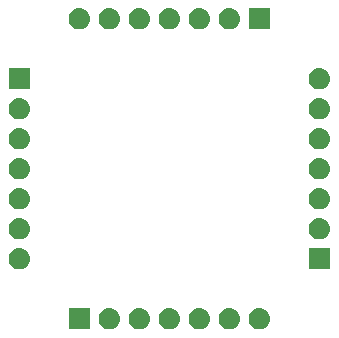
<source format=gbr>
G04 #@! TF.GenerationSoftware,KiCad,Pcbnew,5.1.4+dfsg1-1*
G04 #@! TF.CreationDate,2020-05-14T03:41:50+02:00*
G04 #@! TF.ProjectId,qfn28-breakout,71666e32-382d-4627-9265-616b6f75742e,rev?*
G04 #@! TF.SameCoordinates,Original*
G04 #@! TF.FileFunction,Soldermask,Bot*
G04 #@! TF.FilePolarity,Negative*
%FSLAX46Y46*%
G04 Gerber Fmt 4.6, Leading zero omitted, Abs format (unit mm)*
G04 Created by KiCad (PCBNEW 5.1.4+dfsg1-1) date 2020-05-14 03:41:50*
%MOMM*%
%LPD*%
G04 APERTURE LIST*
%ADD10C,0.100000*%
G04 APERTURE END LIST*
D10*
G36*
X74561000Y646799000D02*
G01*
X72759000Y646799000D01*
X72759000Y648601000D01*
X74561000Y648601000D01*
X74561000Y646799000D01*
X74561000Y646799000D01*
G37*
G36*
X76310442Y648594482D02*
G01*
X76376627Y648587963D01*
X76546466Y648536443D01*
X76702991Y648452778D01*
X76738729Y648423448D01*
X76840186Y648340186D01*
X76923448Y648238729D01*
X76952778Y648202991D01*
X77036443Y648046466D01*
X77087963Y647876627D01*
X77105359Y647700000D01*
X77087963Y647523373D01*
X77036443Y647353534D01*
X76952778Y647197009D01*
X76923448Y647161271D01*
X76840186Y647059814D01*
X76738729Y646976552D01*
X76702991Y646947222D01*
X76546466Y646863557D01*
X76376627Y646812037D01*
X76310442Y646805518D01*
X76244260Y646799000D01*
X76155740Y646799000D01*
X76089558Y646805518D01*
X76023373Y646812037D01*
X75853534Y646863557D01*
X75697009Y646947222D01*
X75661271Y646976552D01*
X75559814Y647059814D01*
X75476552Y647161271D01*
X75447222Y647197009D01*
X75363557Y647353534D01*
X75312037Y647523373D01*
X75294641Y647700000D01*
X75312037Y647876627D01*
X75363557Y648046466D01*
X75447222Y648202991D01*
X75476552Y648238729D01*
X75559814Y648340186D01*
X75661271Y648423448D01*
X75697009Y648452778D01*
X75853534Y648536443D01*
X76023373Y648587963D01*
X76089558Y648594482D01*
X76155740Y648601000D01*
X76244260Y648601000D01*
X76310442Y648594482D01*
X76310442Y648594482D01*
G37*
G36*
X78850442Y648594482D02*
G01*
X78916627Y648587963D01*
X79086466Y648536443D01*
X79242991Y648452778D01*
X79278729Y648423448D01*
X79380186Y648340186D01*
X79463448Y648238729D01*
X79492778Y648202991D01*
X79576443Y648046466D01*
X79627963Y647876627D01*
X79645359Y647700000D01*
X79627963Y647523373D01*
X79576443Y647353534D01*
X79492778Y647197009D01*
X79463448Y647161271D01*
X79380186Y647059814D01*
X79278729Y646976552D01*
X79242991Y646947222D01*
X79086466Y646863557D01*
X78916627Y646812037D01*
X78850442Y646805518D01*
X78784260Y646799000D01*
X78695740Y646799000D01*
X78629558Y646805518D01*
X78563373Y646812037D01*
X78393534Y646863557D01*
X78237009Y646947222D01*
X78201271Y646976552D01*
X78099814Y647059814D01*
X78016552Y647161271D01*
X77987222Y647197009D01*
X77903557Y647353534D01*
X77852037Y647523373D01*
X77834641Y647700000D01*
X77852037Y647876627D01*
X77903557Y648046466D01*
X77987222Y648202991D01*
X78016552Y648238729D01*
X78099814Y648340186D01*
X78201271Y648423448D01*
X78237009Y648452778D01*
X78393534Y648536443D01*
X78563373Y648587963D01*
X78629558Y648594482D01*
X78695740Y648601000D01*
X78784260Y648601000D01*
X78850442Y648594482D01*
X78850442Y648594482D01*
G37*
G36*
X81390442Y648594482D02*
G01*
X81456627Y648587963D01*
X81626466Y648536443D01*
X81782991Y648452778D01*
X81818729Y648423448D01*
X81920186Y648340186D01*
X82003448Y648238729D01*
X82032778Y648202991D01*
X82116443Y648046466D01*
X82167963Y647876627D01*
X82185359Y647700000D01*
X82167963Y647523373D01*
X82116443Y647353534D01*
X82032778Y647197009D01*
X82003448Y647161271D01*
X81920186Y647059814D01*
X81818729Y646976552D01*
X81782991Y646947222D01*
X81626466Y646863557D01*
X81456627Y646812037D01*
X81390442Y646805518D01*
X81324260Y646799000D01*
X81235740Y646799000D01*
X81169558Y646805518D01*
X81103373Y646812037D01*
X80933534Y646863557D01*
X80777009Y646947222D01*
X80741271Y646976552D01*
X80639814Y647059814D01*
X80556552Y647161271D01*
X80527222Y647197009D01*
X80443557Y647353534D01*
X80392037Y647523373D01*
X80374641Y647700000D01*
X80392037Y647876627D01*
X80443557Y648046466D01*
X80527222Y648202991D01*
X80556552Y648238729D01*
X80639814Y648340186D01*
X80741271Y648423448D01*
X80777009Y648452778D01*
X80933534Y648536443D01*
X81103373Y648587963D01*
X81169558Y648594482D01*
X81235740Y648601000D01*
X81324260Y648601000D01*
X81390442Y648594482D01*
X81390442Y648594482D01*
G37*
G36*
X83930442Y648594482D02*
G01*
X83996627Y648587963D01*
X84166466Y648536443D01*
X84322991Y648452778D01*
X84358729Y648423448D01*
X84460186Y648340186D01*
X84543448Y648238729D01*
X84572778Y648202991D01*
X84656443Y648046466D01*
X84707963Y647876627D01*
X84725359Y647700000D01*
X84707963Y647523373D01*
X84656443Y647353534D01*
X84572778Y647197009D01*
X84543448Y647161271D01*
X84460186Y647059814D01*
X84358729Y646976552D01*
X84322991Y646947222D01*
X84166466Y646863557D01*
X83996627Y646812037D01*
X83930442Y646805518D01*
X83864260Y646799000D01*
X83775740Y646799000D01*
X83709558Y646805518D01*
X83643373Y646812037D01*
X83473534Y646863557D01*
X83317009Y646947222D01*
X83281271Y646976552D01*
X83179814Y647059814D01*
X83096552Y647161271D01*
X83067222Y647197009D01*
X82983557Y647353534D01*
X82932037Y647523373D01*
X82914641Y647700000D01*
X82932037Y647876627D01*
X82983557Y648046466D01*
X83067222Y648202991D01*
X83096552Y648238729D01*
X83179814Y648340186D01*
X83281271Y648423448D01*
X83317009Y648452778D01*
X83473534Y648536443D01*
X83643373Y648587963D01*
X83709558Y648594482D01*
X83775740Y648601000D01*
X83864260Y648601000D01*
X83930442Y648594482D01*
X83930442Y648594482D01*
G37*
G36*
X89010442Y648594482D02*
G01*
X89076627Y648587963D01*
X89246466Y648536443D01*
X89402991Y648452778D01*
X89438729Y648423448D01*
X89540186Y648340186D01*
X89623448Y648238729D01*
X89652778Y648202991D01*
X89736443Y648046466D01*
X89787963Y647876627D01*
X89805359Y647700000D01*
X89787963Y647523373D01*
X89736443Y647353534D01*
X89652778Y647197009D01*
X89623448Y647161271D01*
X89540186Y647059814D01*
X89438729Y646976552D01*
X89402991Y646947222D01*
X89246466Y646863557D01*
X89076627Y646812037D01*
X89010442Y646805518D01*
X88944260Y646799000D01*
X88855740Y646799000D01*
X88789558Y646805518D01*
X88723373Y646812037D01*
X88553534Y646863557D01*
X88397009Y646947222D01*
X88361271Y646976552D01*
X88259814Y647059814D01*
X88176552Y647161271D01*
X88147222Y647197009D01*
X88063557Y647353534D01*
X88012037Y647523373D01*
X87994641Y647700000D01*
X88012037Y647876627D01*
X88063557Y648046466D01*
X88147222Y648202991D01*
X88176552Y648238729D01*
X88259814Y648340186D01*
X88361271Y648423448D01*
X88397009Y648452778D01*
X88553534Y648536443D01*
X88723373Y648587963D01*
X88789558Y648594482D01*
X88855740Y648601000D01*
X88944260Y648601000D01*
X89010442Y648594482D01*
X89010442Y648594482D01*
G37*
G36*
X86470442Y648594482D02*
G01*
X86536627Y648587963D01*
X86706466Y648536443D01*
X86862991Y648452778D01*
X86898729Y648423448D01*
X87000186Y648340186D01*
X87083448Y648238729D01*
X87112778Y648202991D01*
X87196443Y648046466D01*
X87247963Y647876627D01*
X87265359Y647700000D01*
X87247963Y647523373D01*
X87196443Y647353534D01*
X87112778Y647197009D01*
X87083448Y647161271D01*
X87000186Y647059814D01*
X86898729Y646976552D01*
X86862991Y646947222D01*
X86706466Y646863557D01*
X86536627Y646812037D01*
X86470442Y646805518D01*
X86404260Y646799000D01*
X86315740Y646799000D01*
X86249558Y646805518D01*
X86183373Y646812037D01*
X86013534Y646863557D01*
X85857009Y646947222D01*
X85821271Y646976552D01*
X85719814Y647059814D01*
X85636552Y647161271D01*
X85607222Y647197009D01*
X85523557Y647353534D01*
X85472037Y647523373D01*
X85454641Y647700000D01*
X85472037Y647876627D01*
X85523557Y648046466D01*
X85607222Y648202991D01*
X85636552Y648238729D01*
X85719814Y648340186D01*
X85821271Y648423448D01*
X85857009Y648452778D01*
X86013534Y648536443D01*
X86183373Y648587963D01*
X86249558Y648594482D01*
X86315740Y648601000D01*
X86404260Y648601000D01*
X86470442Y648594482D01*
X86470442Y648594482D01*
G37*
G36*
X68690443Y653674481D02*
G01*
X68756627Y653667963D01*
X68926466Y653616443D01*
X69082991Y653532778D01*
X69118729Y653503448D01*
X69220186Y653420186D01*
X69303448Y653318729D01*
X69332778Y653282991D01*
X69416443Y653126466D01*
X69467963Y652956627D01*
X69485359Y652780000D01*
X69467963Y652603373D01*
X69416443Y652433534D01*
X69332778Y652277009D01*
X69303448Y652241271D01*
X69220186Y652139814D01*
X69118729Y652056552D01*
X69082991Y652027222D01*
X68926466Y651943557D01*
X68756627Y651892037D01*
X68690442Y651885518D01*
X68624260Y651879000D01*
X68535740Y651879000D01*
X68469558Y651885518D01*
X68403373Y651892037D01*
X68233534Y651943557D01*
X68077009Y652027222D01*
X68041271Y652056552D01*
X67939814Y652139814D01*
X67856552Y652241271D01*
X67827222Y652277009D01*
X67743557Y652433534D01*
X67692037Y652603373D01*
X67674641Y652780000D01*
X67692037Y652956627D01*
X67743557Y653126466D01*
X67827222Y653282991D01*
X67856552Y653318729D01*
X67939814Y653420186D01*
X68041271Y653503448D01*
X68077009Y653532778D01*
X68233534Y653616443D01*
X68403373Y653667963D01*
X68469557Y653674481D01*
X68535740Y653681000D01*
X68624260Y653681000D01*
X68690443Y653674481D01*
X68690443Y653674481D01*
G37*
G36*
X94881000Y651879000D02*
G01*
X93079000Y651879000D01*
X93079000Y653681000D01*
X94881000Y653681000D01*
X94881000Y651879000D01*
X94881000Y651879000D01*
G37*
G36*
X94090442Y656214482D02*
G01*
X94156627Y656207963D01*
X94326466Y656156443D01*
X94482991Y656072778D01*
X94518729Y656043448D01*
X94620186Y655960186D01*
X94703448Y655858729D01*
X94732778Y655822991D01*
X94816443Y655666466D01*
X94867963Y655496627D01*
X94885359Y655320000D01*
X94867963Y655143373D01*
X94816443Y654973534D01*
X94732778Y654817009D01*
X94703448Y654781271D01*
X94620186Y654679814D01*
X94518729Y654596552D01*
X94482991Y654567222D01*
X94326466Y654483557D01*
X94156627Y654432037D01*
X94090442Y654425518D01*
X94024260Y654419000D01*
X93935740Y654419000D01*
X93869558Y654425518D01*
X93803373Y654432037D01*
X93633534Y654483557D01*
X93477009Y654567222D01*
X93441271Y654596552D01*
X93339814Y654679814D01*
X93256552Y654781271D01*
X93227222Y654817009D01*
X93143557Y654973534D01*
X93092037Y655143373D01*
X93074641Y655320000D01*
X93092037Y655496627D01*
X93143557Y655666466D01*
X93227222Y655822991D01*
X93256552Y655858729D01*
X93339814Y655960186D01*
X93441271Y656043448D01*
X93477009Y656072778D01*
X93633534Y656156443D01*
X93803373Y656207963D01*
X93869558Y656214482D01*
X93935740Y656221000D01*
X94024260Y656221000D01*
X94090442Y656214482D01*
X94090442Y656214482D01*
G37*
G36*
X68690442Y656214482D02*
G01*
X68756627Y656207963D01*
X68926466Y656156443D01*
X69082991Y656072778D01*
X69118729Y656043448D01*
X69220186Y655960186D01*
X69303448Y655858729D01*
X69332778Y655822991D01*
X69416443Y655666466D01*
X69467963Y655496627D01*
X69485359Y655320000D01*
X69467963Y655143373D01*
X69416443Y654973534D01*
X69332778Y654817009D01*
X69303448Y654781271D01*
X69220186Y654679814D01*
X69118729Y654596552D01*
X69082991Y654567222D01*
X68926466Y654483557D01*
X68756627Y654432037D01*
X68690442Y654425518D01*
X68624260Y654419000D01*
X68535740Y654419000D01*
X68469558Y654425518D01*
X68403373Y654432037D01*
X68233534Y654483557D01*
X68077009Y654567222D01*
X68041271Y654596552D01*
X67939814Y654679814D01*
X67856552Y654781271D01*
X67827222Y654817009D01*
X67743557Y654973534D01*
X67692037Y655143373D01*
X67674641Y655320000D01*
X67692037Y655496627D01*
X67743557Y655666466D01*
X67827222Y655822991D01*
X67856552Y655858729D01*
X67939814Y655960186D01*
X68041271Y656043448D01*
X68077009Y656072778D01*
X68233534Y656156443D01*
X68403373Y656207963D01*
X68469558Y656214482D01*
X68535740Y656221000D01*
X68624260Y656221000D01*
X68690442Y656214482D01*
X68690442Y656214482D01*
G37*
G36*
X68690443Y658754481D02*
G01*
X68756627Y658747963D01*
X68926466Y658696443D01*
X69082991Y658612778D01*
X69118729Y658583448D01*
X69220186Y658500186D01*
X69303448Y658398729D01*
X69332778Y658362991D01*
X69416443Y658206466D01*
X69467963Y658036627D01*
X69485359Y657860000D01*
X69467963Y657683373D01*
X69416443Y657513534D01*
X69332778Y657357009D01*
X69303448Y657321271D01*
X69220186Y657219814D01*
X69118729Y657136552D01*
X69082991Y657107222D01*
X68926466Y657023557D01*
X68756627Y656972037D01*
X68690442Y656965518D01*
X68624260Y656959000D01*
X68535740Y656959000D01*
X68469558Y656965518D01*
X68403373Y656972037D01*
X68233534Y657023557D01*
X68077009Y657107222D01*
X68041271Y657136552D01*
X67939814Y657219814D01*
X67856552Y657321271D01*
X67827222Y657357009D01*
X67743557Y657513534D01*
X67692037Y657683373D01*
X67674641Y657860000D01*
X67692037Y658036627D01*
X67743557Y658206466D01*
X67827222Y658362991D01*
X67856552Y658398729D01*
X67939814Y658500186D01*
X68041271Y658583448D01*
X68077009Y658612778D01*
X68233534Y658696443D01*
X68403373Y658747963D01*
X68469557Y658754481D01*
X68535740Y658761000D01*
X68624260Y658761000D01*
X68690443Y658754481D01*
X68690443Y658754481D01*
G37*
G36*
X94090443Y658754481D02*
G01*
X94156627Y658747963D01*
X94326466Y658696443D01*
X94482991Y658612778D01*
X94518729Y658583448D01*
X94620186Y658500186D01*
X94703448Y658398729D01*
X94732778Y658362991D01*
X94816443Y658206466D01*
X94867963Y658036627D01*
X94885359Y657860000D01*
X94867963Y657683373D01*
X94816443Y657513534D01*
X94732778Y657357009D01*
X94703448Y657321271D01*
X94620186Y657219814D01*
X94518729Y657136552D01*
X94482991Y657107222D01*
X94326466Y657023557D01*
X94156627Y656972037D01*
X94090442Y656965518D01*
X94024260Y656959000D01*
X93935740Y656959000D01*
X93869558Y656965518D01*
X93803373Y656972037D01*
X93633534Y657023557D01*
X93477009Y657107222D01*
X93441271Y657136552D01*
X93339814Y657219814D01*
X93256552Y657321271D01*
X93227222Y657357009D01*
X93143557Y657513534D01*
X93092037Y657683373D01*
X93074641Y657860000D01*
X93092037Y658036627D01*
X93143557Y658206466D01*
X93227222Y658362991D01*
X93256552Y658398729D01*
X93339814Y658500186D01*
X93441271Y658583448D01*
X93477009Y658612778D01*
X93633534Y658696443D01*
X93803373Y658747963D01*
X93869557Y658754481D01*
X93935740Y658761000D01*
X94024260Y658761000D01*
X94090443Y658754481D01*
X94090443Y658754481D01*
G37*
G36*
X68690443Y661294481D02*
G01*
X68756627Y661287963D01*
X68926466Y661236443D01*
X69082991Y661152778D01*
X69118729Y661123448D01*
X69220186Y661040186D01*
X69303448Y660938729D01*
X69332778Y660902991D01*
X69416443Y660746466D01*
X69467963Y660576627D01*
X69485359Y660400000D01*
X69467963Y660223373D01*
X69416443Y660053534D01*
X69332778Y659897009D01*
X69303448Y659861271D01*
X69220186Y659759814D01*
X69118729Y659676552D01*
X69082991Y659647222D01*
X68926466Y659563557D01*
X68756627Y659512037D01*
X68690443Y659505519D01*
X68624260Y659499000D01*
X68535740Y659499000D01*
X68469557Y659505519D01*
X68403373Y659512037D01*
X68233534Y659563557D01*
X68077009Y659647222D01*
X68041271Y659676552D01*
X67939814Y659759814D01*
X67856552Y659861271D01*
X67827222Y659897009D01*
X67743557Y660053534D01*
X67692037Y660223373D01*
X67674641Y660400000D01*
X67692037Y660576627D01*
X67743557Y660746466D01*
X67827222Y660902991D01*
X67856552Y660938729D01*
X67939814Y661040186D01*
X68041271Y661123448D01*
X68077009Y661152778D01*
X68233534Y661236443D01*
X68403373Y661287963D01*
X68469557Y661294481D01*
X68535740Y661301000D01*
X68624260Y661301000D01*
X68690443Y661294481D01*
X68690443Y661294481D01*
G37*
G36*
X94090443Y661294481D02*
G01*
X94156627Y661287963D01*
X94326466Y661236443D01*
X94482991Y661152778D01*
X94518729Y661123448D01*
X94620186Y661040186D01*
X94703448Y660938729D01*
X94732778Y660902991D01*
X94816443Y660746466D01*
X94867963Y660576627D01*
X94885359Y660400000D01*
X94867963Y660223373D01*
X94816443Y660053534D01*
X94732778Y659897009D01*
X94703448Y659861271D01*
X94620186Y659759814D01*
X94518729Y659676552D01*
X94482991Y659647222D01*
X94326466Y659563557D01*
X94156627Y659512037D01*
X94090443Y659505519D01*
X94024260Y659499000D01*
X93935740Y659499000D01*
X93869557Y659505519D01*
X93803373Y659512037D01*
X93633534Y659563557D01*
X93477009Y659647222D01*
X93441271Y659676552D01*
X93339814Y659759814D01*
X93256552Y659861271D01*
X93227222Y659897009D01*
X93143557Y660053534D01*
X93092037Y660223373D01*
X93074641Y660400000D01*
X93092037Y660576627D01*
X93143557Y660746466D01*
X93227222Y660902991D01*
X93256552Y660938729D01*
X93339814Y661040186D01*
X93441271Y661123448D01*
X93477009Y661152778D01*
X93633534Y661236443D01*
X93803373Y661287963D01*
X93869557Y661294481D01*
X93935740Y661301000D01*
X94024260Y661301000D01*
X94090443Y661294481D01*
X94090443Y661294481D01*
G37*
G36*
X68690443Y663834481D02*
G01*
X68756627Y663827963D01*
X68926466Y663776443D01*
X69082991Y663692778D01*
X69118729Y663663448D01*
X69220186Y663580186D01*
X69303448Y663478729D01*
X69332778Y663442991D01*
X69416443Y663286466D01*
X69467963Y663116627D01*
X69485359Y662940000D01*
X69467963Y662763373D01*
X69416443Y662593534D01*
X69332778Y662437009D01*
X69303448Y662401271D01*
X69220186Y662299814D01*
X69118729Y662216552D01*
X69082991Y662187222D01*
X68926466Y662103557D01*
X68756627Y662052037D01*
X68690442Y662045518D01*
X68624260Y662039000D01*
X68535740Y662039000D01*
X68469558Y662045518D01*
X68403373Y662052037D01*
X68233534Y662103557D01*
X68077009Y662187222D01*
X68041271Y662216552D01*
X67939814Y662299814D01*
X67856552Y662401271D01*
X67827222Y662437009D01*
X67743557Y662593534D01*
X67692037Y662763373D01*
X67674641Y662940000D01*
X67692037Y663116627D01*
X67743557Y663286466D01*
X67827222Y663442991D01*
X67856552Y663478729D01*
X67939814Y663580186D01*
X68041271Y663663448D01*
X68077009Y663692778D01*
X68233534Y663776443D01*
X68403373Y663827963D01*
X68469557Y663834481D01*
X68535740Y663841000D01*
X68624260Y663841000D01*
X68690443Y663834481D01*
X68690443Y663834481D01*
G37*
G36*
X94090443Y663834481D02*
G01*
X94156627Y663827963D01*
X94326466Y663776443D01*
X94482991Y663692778D01*
X94518729Y663663448D01*
X94620186Y663580186D01*
X94703448Y663478729D01*
X94732778Y663442991D01*
X94816443Y663286466D01*
X94867963Y663116627D01*
X94885359Y662940000D01*
X94867963Y662763373D01*
X94816443Y662593534D01*
X94732778Y662437009D01*
X94703448Y662401271D01*
X94620186Y662299814D01*
X94518729Y662216552D01*
X94482991Y662187222D01*
X94326466Y662103557D01*
X94156627Y662052037D01*
X94090442Y662045518D01*
X94024260Y662039000D01*
X93935740Y662039000D01*
X93869558Y662045518D01*
X93803373Y662052037D01*
X93633534Y662103557D01*
X93477009Y662187222D01*
X93441271Y662216552D01*
X93339814Y662299814D01*
X93256552Y662401271D01*
X93227222Y662437009D01*
X93143557Y662593534D01*
X93092037Y662763373D01*
X93074641Y662940000D01*
X93092037Y663116627D01*
X93143557Y663286466D01*
X93227222Y663442991D01*
X93256552Y663478729D01*
X93339814Y663580186D01*
X93441271Y663663448D01*
X93477009Y663692778D01*
X93633534Y663776443D01*
X93803373Y663827963D01*
X93869557Y663834481D01*
X93935740Y663841000D01*
X94024260Y663841000D01*
X94090443Y663834481D01*
X94090443Y663834481D01*
G37*
G36*
X68690443Y666374481D02*
G01*
X68756627Y666367963D01*
X68926466Y666316443D01*
X69082991Y666232778D01*
X69118729Y666203448D01*
X69220186Y666120186D01*
X69303448Y666018729D01*
X69332778Y665982991D01*
X69416443Y665826466D01*
X69467963Y665656627D01*
X69485359Y665480000D01*
X69467963Y665303373D01*
X69416443Y665133534D01*
X69332778Y664977009D01*
X69303448Y664941271D01*
X69220186Y664839814D01*
X69118729Y664756552D01*
X69082991Y664727222D01*
X68926466Y664643557D01*
X68756627Y664592037D01*
X68690442Y664585518D01*
X68624260Y664579000D01*
X68535740Y664579000D01*
X68469558Y664585518D01*
X68403373Y664592037D01*
X68233534Y664643557D01*
X68077009Y664727222D01*
X68041271Y664756552D01*
X67939814Y664839814D01*
X67856552Y664941271D01*
X67827222Y664977009D01*
X67743557Y665133534D01*
X67692037Y665303373D01*
X67674641Y665480000D01*
X67692037Y665656627D01*
X67743557Y665826466D01*
X67827222Y665982991D01*
X67856552Y666018729D01*
X67939814Y666120186D01*
X68041271Y666203448D01*
X68077009Y666232778D01*
X68233534Y666316443D01*
X68403373Y666367963D01*
X68469557Y666374481D01*
X68535740Y666381000D01*
X68624260Y666381000D01*
X68690443Y666374481D01*
X68690443Y666374481D01*
G37*
G36*
X94090443Y666374481D02*
G01*
X94156627Y666367963D01*
X94326466Y666316443D01*
X94482991Y666232778D01*
X94518729Y666203448D01*
X94620186Y666120186D01*
X94703448Y666018729D01*
X94732778Y665982991D01*
X94816443Y665826466D01*
X94867963Y665656627D01*
X94885359Y665480000D01*
X94867963Y665303373D01*
X94816443Y665133534D01*
X94732778Y664977009D01*
X94703448Y664941271D01*
X94620186Y664839814D01*
X94518729Y664756552D01*
X94482991Y664727222D01*
X94326466Y664643557D01*
X94156627Y664592037D01*
X94090442Y664585518D01*
X94024260Y664579000D01*
X93935740Y664579000D01*
X93869558Y664585518D01*
X93803373Y664592037D01*
X93633534Y664643557D01*
X93477009Y664727222D01*
X93441271Y664756552D01*
X93339814Y664839814D01*
X93256552Y664941271D01*
X93227222Y664977009D01*
X93143557Y665133534D01*
X93092037Y665303373D01*
X93074641Y665480000D01*
X93092037Y665656627D01*
X93143557Y665826466D01*
X93227222Y665982991D01*
X93256552Y666018729D01*
X93339814Y666120186D01*
X93441271Y666203448D01*
X93477009Y666232778D01*
X93633534Y666316443D01*
X93803373Y666367963D01*
X93869557Y666374481D01*
X93935740Y666381000D01*
X94024260Y666381000D01*
X94090443Y666374481D01*
X94090443Y666374481D01*
G37*
G36*
X69481000Y667119000D02*
G01*
X67679000Y667119000D01*
X67679000Y668921000D01*
X69481000Y668921000D01*
X69481000Y667119000D01*
X69481000Y667119000D01*
G37*
G36*
X94090442Y668914482D02*
G01*
X94156627Y668907963D01*
X94326466Y668856443D01*
X94482991Y668772778D01*
X94518729Y668743448D01*
X94620186Y668660186D01*
X94703448Y668558729D01*
X94732778Y668522991D01*
X94816443Y668366466D01*
X94867963Y668196627D01*
X94885359Y668020000D01*
X94867963Y667843373D01*
X94816443Y667673534D01*
X94732778Y667517009D01*
X94703448Y667481271D01*
X94620186Y667379814D01*
X94518729Y667296552D01*
X94482991Y667267222D01*
X94326466Y667183557D01*
X94156627Y667132037D01*
X94090443Y667125519D01*
X94024260Y667119000D01*
X93935740Y667119000D01*
X93869557Y667125519D01*
X93803373Y667132037D01*
X93633534Y667183557D01*
X93477009Y667267222D01*
X93441271Y667296552D01*
X93339814Y667379814D01*
X93256552Y667481271D01*
X93227222Y667517009D01*
X93143557Y667673534D01*
X93092037Y667843373D01*
X93074641Y668020000D01*
X93092037Y668196627D01*
X93143557Y668366466D01*
X93227222Y668522991D01*
X93256552Y668558729D01*
X93339814Y668660186D01*
X93441271Y668743448D01*
X93477009Y668772778D01*
X93633534Y668856443D01*
X93803373Y668907963D01*
X93869558Y668914482D01*
X93935740Y668921000D01*
X94024260Y668921000D01*
X94090442Y668914482D01*
X94090442Y668914482D01*
G37*
G36*
X89801000Y672199000D02*
G01*
X87999000Y672199000D01*
X87999000Y674001000D01*
X89801000Y674001000D01*
X89801000Y672199000D01*
X89801000Y672199000D01*
G37*
G36*
X86470443Y673994481D02*
G01*
X86536627Y673987963D01*
X86706466Y673936443D01*
X86862991Y673852778D01*
X86898729Y673823448D01*
X87000186Y673740186D01*
X87083448Y673638729D01*
X87112778Y673602991D01*
X87196443Y673446466D01*
X87247963Y673276627D01*
X87265359Y673100000D01*
X87247963Y672923373D01*
X87196443Y672753534D01*
X87112778Y672597009D01*
X87083448Y672561271D01*
X87000186Y672459814D01*
X86898729Y672376552D01*
X86862991Y672347222D01*
X86706466Y672263557D01*
X86536627Y672212037D01*
X86470443Y672205519D01*
X86404260Y672199000D01*
X86315740Y672199000D01*
X86249557Y672205519D01*
X86183373Y672212037D01*
X86013534Y672263557D01*
X85857009Y672347222D01*
X85821271Y672376552D01*
X85719814Y672459814D01*
X85636552Y672561271D01*
X85607222Y672597009D01*
X85523557Y672753534D01*
X85472037Y672923373D01*
X85454641Y673100000D01*
X85472037Y673276627D01*
X85523557Y673446466D01*
X85607222Y673602991D01*
X85636552Y673638729D01*
X85719814Y673740186D01*
X85821271Y673823448D01*
X85857009Y673852778D01*
X86013534Y673936443D01*
X86183373Y673987963D01*
X86249557Y673994481D01*
X86315740Y674001000D01*
X86404260Y674001000D01*
X86470443Y673994481D01*
X86470443Y673994481D01*
G37*
G36*
X83930443Y673994481D02*
G01*
X83996627Y673987963D01*
X84166466Y673936443D01*
X84322991Y673852778D01*
X84358729Y673823448D01*
X84460186Y673740186D01*
X84543448Y673638729D01*
X84572778Y673602991D01*
X84656443Y673446466D01*
X84707963Y673276627D01*
X84725359Y673100000D01*
X84707963Y672923373D01*
X84656443Y672753534D01*
X84572778Y672597009D01*
X84543448Y672561271D01*
X84460186Y672459814D01*
X84358729Y672376552D01*
X84322991Y672347222D01*
X84166466Y672263557D01*
X83996627Y672212037D01*
X83930443Y672205519D01*
X83864260Y672199000D01*
X83775740Y672199000D01*
X83709557Y672205519D01*
X83643373Y672212037D01*
X83473534Y672263557D01*
X83317009Y672347222D01*
X83281271Y672376552D01*
X83179814Y672459814D01*
X83096552Y672561271D01*
X83067222Y672597009D01*
X82983557Y672753534D01*
X82932037Y672923373D01*
X82914641Y673100000D01*
X82932037Y673276627D01*
X82983557Y673446466D01*
X83067222Y673602991D01*
X83096552Y673638729D01*
X83179814Y673740186D01*
X83281271Y673823448D01*
X83317009Y673852778D01*
X83473534Y673936443D01*
X83643373Y673987963D01*
X83709557Y673994481D01*
X83775740Y674001000D01*
X83864260Y674001000D01*
X83930443Y673994481D01*
X83930443Y673994481D01*
G37*
G36*
X81390443Y673994481D02*
G01*
X81456627Y673987963D01*
X81626466Y673936443D01*
X81782991Y673852778D01*
X81818729Y673823448D01*
X81920186Y673740186D01*
X82003448Y673638729D01*
X82032778Y673602991D01*
X82116443Y673446466D01*
X82167963Y673276627D01*
X82185359Y673100000D01*
X82167963Y672923373D01*
X82116443Y672753534D01*
X82032778Y672597009D01*
X82003448Y672561271D01*
X81920186Y672459814D01*
X81818729Y672376552D01*
X81782991Y672347222D01*
X81626466Y672263557D01*
X81456627Y672212037D01*
X81390443Y672205519D01*
X81324260Y672199000D01*
X81235740Y672199000D01*
X81169557Y672205519D01*
X81103373Y672212037D01*
X80933534Y672263557D01*
X80777009Y672347222D01*
X80741271Y672376552D01*
X80639814Y672459814D01*
X80556552Y672561271D01*
X80527222Y672597009D01*
X80443557Y672753534D01*
X80392037Y672923373D01*
X80374641Y673100000D01*
X80392037Y673276627D01*
X80443557Y673446466D01*
X80527222Y673602991D01*
X80556552Y673638729D01*
X80639814Y673740186D01*
X80741271Y673823448D01*
X80777009Y673852778D01*
X80933534Y673936443D01*
X81103373Y673987963D01*
X81169557Y673994481D01*
X81235740Y674001000D01*
X81324260Y674001000D01*
X81390443Y673994481D01*
X81390443Y673994481D01*
G37*
G36*
X78850443Y673994481D02*
G01*
X78916627Y673987963D01*
X79086466Y673936443D01*
X79242991Y673852778D01*
X79278729Y673823448D01*
X79380186Y673740186D01*
X79463448Y673638729D01*
X79492778Y673602991D01*
X79576443Y673446466D01*
X79627963Y673276627D01*
X79645359Y673100000D01*
X79627963Y672923373D01*
X79576443Y672753534D01*
X79492778Y672597009D01*
X79463448Y672561271D01*
X79380186Y672459814D01*
X79278729Y672376552D01*
X79242991Y672347222D01*
X79086466Y672263557D01*
X78916627Y672212037D01*
X78850443Y672205519D01*
X78784260Y672199000D01*
X78695740Y672199000D01*
X78629557Y672205519D01*
X78563373Y672212037D01*
X78393534Y672263557D01*
X78237009Y672347222D01*
X78201271Y672376552D01*
X78099814Y672459814D01*
X78016552Y672561271D01*
X77987222Y672597009D01*
X77903557Y672753534D01*
X77852037Y672923373D01*
X77834641Y673100000D01*
X77852037Y673276627D01*
X77903557Y673446466D01*
X77987222Y673602991D01*
X78016552Y673638729D01*
X78099814Y673740186D01*
X78201271Y673823448D01*
X78237009Y673852778D01*
X78393534Y673936443D01*
X78563373Y673987963D01*
X78629557Y673994481D01*
X78695740Y674001000D01*
X78784260Y674001000D01*
X78850443Y673994481D01*
X78850443Y673994481D01*
G37*
G36*
X76310443Y673994481D02*
G01*
X76376627Y673987963D01*
X76546466Y673936443D01*
X76702991Y673852778D01*
X76738729Y673823448D01*
X76840186Y673740186D01*
X76923448Y673638729D01*
X76952778Y673602991D01*
X77036443Y673446466D01*
X77087963Y673276627D01*
X77105359Y673100000D01*
X77087963Y672923373D01*
X77036443Y672753534D01*
X76952778Y672597009D01*
X76923448Y672561271D01*
X76840186Y672459814D01*
X76738729Y672376552D01*
X76702991Y672347222D01*
X76546466Y672263557D01*
X76376627Y672212037D01*
X76310443Y672205519D01*
X76244260Y672199000D01*
X76155740Y672199000D01*
X76089557Y672205519D01*
X76023373Y672212037D01*
X75853534Y672263557D01*
X75697009Y672347222D01*
X75661271Y672376552D01*
X75559814Y672459814D01*
X75476552Y672561271D01*
X75447222Y672597009D01*
X75363557Y672753534D01*
X75312037Y672923373D01*
X75294641Y673100000D01*
X75312037Y673276627D01*
X75363557Y673446466D01*
X75447222Y673602991D01*
X75476552Y673638729D01*
X75559814Y673740186D01*
X75661271Y673823448D01*
X75697009Y673852778D01*
X75853534Y673936443D01*
X76023373Y673987963D01*
X76089557Y673994481D01*
X76155740Y674001000D01*
X76244260Y674001000D01*
X76310443Y673994481D01*
X76310443Y673994481D01*
G37*
G36*
X73770443Y673994481D02*
G01*
X73836627Y673987963D01*
X74006466Y673936443D01*
X74162991Y673852778D01*
X74198729Y673823448D01*
X74300186Y673740186D01*
X74383448Y673638729D01*
X74412778Y673602991D01*
X74496443Y673446466D01*
X74547963Y673276627D01*
X74565359Y673100000D01*
X74547963Y672923373D01*
X74496443Y672753534D01*
X74412778Y672597009D01*
X74383448Y672561271D01*
X74300186Y672459814D01*
X74198729Y672376552D01*
X74162991Y672347222D01*
X74006466Y672263557D01*
X73836627Y672212037D01*
X73770443Y672205519D01*
X73704260Y672199000D01*
X73615740Y672199000D01*
X73549557Y672205519D01*
X73483373Y672212037D01*
X73313534Y672263557D01*
X73157009Y672347222D01*
X73121271Y672376552D01*
X73019814Y672459814D01*
X72936552Y672561271D01*
X72907222Y672597009D01*
X72823557Y672753534D01*
X72772037Y672923373D01*
X72754641Y673100000D01*
X72772037Y673276627D01*
X72823557Y673446466D01*
X72907222Y673602991D01*
X72936552Y673638729D01*
X73019814Y673740186D01*
X73121271Y673823448D01*
X73157009Y673852778D01*
X73313534Y673936443D01*
X73483373Y673987963D01*
X73549557Y673994481D01*
X73615740Y674001000D01*
X73704260Y674001000D01*
X73770443Y673994481D01*
X73770443Y673994481D01*
G37*
M02*

</source>
